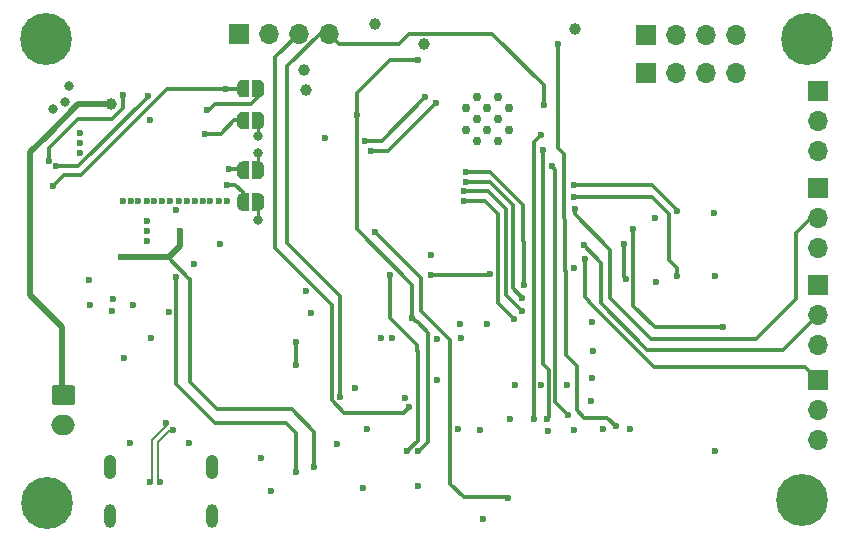
<source format=gbr>
%TF.GenerationSoftware,KiCad,Pcbnew,(5.1.12)-1*%
%TF.CreationDate,2021-12-17T12:12:49+01:00*%
%TF.ProjectId,ESP32-BOARD-V2.0,45535033-322d-4424-9f41-52442d56322e,rev?*%
%TF.SameCoordinates,Original*%
%TF.FileFunction,Copper,L4,Bot*%
%TF.FilePolarity,Positive*%
%FSLAX46Y46*%
G04 Gerber Fmt 4.6, Leading zero omitted, Abs format (unit mm)*
G04 Created by KiCad (PCBNEW (5.1.12)-1) date 2021-12-17 12:12:49*
%MOMM*%
%LPD*%
G01*
G04 APERTURE LIST*
%TA.AperFunction,ComponentPad*%
%ADD10O,2.000000X1.700000*%
%TD*%
%TA.AperFunction,ComponentPad*%
%ADD11O,1.700000X1.700000*%
%TD*%
%TA.AperFunction,ComponentPad*%
%ADD12R,1.700000X1.700000*%
%TD*%
%TA.AperFunction,SMDPad,CuDef*%
%ADD13C,0.100000*%
%TD*%
%TA.AperFunction,ComponentPad*%
%ADD14C,4.400000*%
%TD*%
%TA.AperFunction,ComponentPad*%
%ADD15C,0.762000*%
%TD*%
%TA.AperFunction,ComponentPad*%
%ADD16O,1.050000X2.100000*%
%TD*%
%TA.AperFunction,ComponentPad*%
%ADD17O,1.000000X2.000000*%
%TD*%
%TA.AperFunction,ViaPad*%
%ADD18C,0.600000*%
%TD*%
%TA.AperFunction,ViaPad*%
%ADD19C,1.000000*%
%TD*%
%TA.AperFunction,ViaPad*%
%ADD20C,0.800000*%
%TD*%
%TA.AperFunction,Conductor*%
%ADD21C,0.250000*%
%TD*%
%TA.AperFunction,Conductor*%
%ADD22C,0.300000*%
%TD*%
%TA.AperFunction,Conductor*%
%ADD23C,0.500000*%
%TD*%
%TA.AperFunction,Conductor*%
%ADD24C,0.200000*%
%TD*%
G04 APERTURE END LIST*
D10*
%TO.P,J6,2*%
%TO.N,GND*%
X94250000Y-98450000D03*
%TO.P,J6,1*%
%TO.N,+BATT*%
%TA.AperFunction,ComponentPad*%
G36*
G01*
X93500000Y-95100000D02*
X95000000Y-95100000D01*
G75*
G02*
X95250000Y-95350000I0J-250000D01*
G01*
X95250000Y-96550000D01*
G75*
G02*
X95000000Y-96800000I-250000J0D01*
G01*
X93500000Y-96800000D01*
G75*
G02*
X93250000Y-96550000I0J250000D01*
G01*
X93250000Y-95350000D01*
G75*
G02*
X93500000Y-95100000I250000J0D01*
G01*
G37*
%TD.AperFunction*%
%TD*%
D11*
%TO.P,J2,4*%
%TO.N,IO21_I2C_SDA*%
X116720000Y-65350000D03*
%TO.P,J2,3*%
%TO.N,IO22_I2C_SCL*%
X114180000Y-65350000D03*
%TO.P,J2,2*%
%TO.N,+3V3*%
X111640000Y-65350000D03*
D12*
%TO.P,J2,1*%
%TO.N,GND*%
X109100000Y-65350000D03*
%TD*%
%TA.AperFunction,SMDPad,CuDef*%
D13*
%TO.P,JP4,2*%
%TO.N,GND*%
G36*
X110750000Y-78850602D02*
G01*
X110774534Y-78850602D01*
X110823365Y-78855412D01*
X110871490Y-78864984D01*
X110918445Y-78879228D01*
X110963778Y-78898005D01*
X111007051Y-78921136D01*
X111047850Y-78948396D01*
X111085779Y-78979524D01*
X111120476Y-79014221D01*
X111151604Y-79052150D01*
X111178864Y-79092949D01*
X111201995Y-79136222D01*
X111220772Y-79181555D01*
X111235016Y-79228510D01*
X111244588Y-79276635D01*
X111249398Y-79325466D01*
X111249398Y-79350000D01*
X111250000Y-79350000D01*
X111250000Y-79850000D01*
X111249398Y-79850000D01*
X111249398Y-79874534D01*
X111244588Y-79923365D01*
X111235016Y-79971490D01*
X111220772Y-80018445D01*
X111201995Y-80063778D01*
X111178864Y-80107051D01*
X111151604Y-80147850D01*
X111120476Y-80185779D01*
X111085779Y-80220476D01*
X111047850Y-80251604D01*
X111007051Y-80278864D01*
X110963778Y-80301995D01*
X110918445Y-80320772D01*
X110871490Y-80335016D01*
X110823365Y-80344588D01*
X110774534Y-80349398D01*
X110750000Y-80349398D01*
X110750000Y-80350000D01*
X110250000Y-80350000D01*
X110250000Y-78850000D01*
X110750000Y-78850000D01*
X110750000Y-78850602D01*
G37*
%TD.AperFunction*%
%TA.AperFunction,SMDPad,CuDef*%
%TO.P,JP4,1*%
%TO.N,Net-(JP4-Pad1)*%
G36*
X109950000Y-80350000D02*
G01*
X109450000Y-80350000D01*
X109450000Y-80349398D01*
X109425466Y-80349398D01*
X109376635Y-80344588D01*
X109328510Y-80335016D01*
X109281555Y-80320772D01*
X109236222Y-80301995D01*
X109192949Y-80278864D01*
X109152150Y-80251604D01*
X109114221Y-80220476D01*
X109079524Y-80185779D01*
X109048396Y-80147850D01*
X109021136Y-80107051D01*
X108998005Y-80063778D01*
X108979228Y-80018445D01*
X108964984Y-79971490D01*
X108955412Y-79923365D01*
X108950602Y-79874534D01*
X108950602Y-79850000D01*
X108950000Y-79850000D01*
X108950000Y-79350000D01*
X108950602Y-79350000D01*
X108950602Y-79325466D01*
X108955412Y-79276635D01*
X108964984Y-79228510D01*
X108979228Y-79181555D01*
X108998005Y-79136222D01*
X109021136Y-79092949D01*
X109048396Y-79052150D01*
X109079524Y-79014221D01*
X109114221Y-78979524D01*
X109152150Y-78948396D01*
X109192949Y-78921136D01*
X109236222Y-78898005D01*
X109281555Y-78879228D01*
X109328510Y-78864984D01*
X109376635Y-78855412D01*
X109425466Y-78850602D01*
X109450000Y-78850602D01*
X109450000Y-78850000D01*
X109950000Y-78850000D01*
X109950000Y-80350000D01*
G37*
%TD.AperFunction*%
%TD*%
%TA.AperFunction,SMDPad,CuDef*%
%TO.P,JP3,2*%
%TO.N,GND*%
G36*
X110750000Y-76150602D02*
G01*
X110774534Y-76150602D01*
X110823365Y-76155412D01*
X110871490Y-76164984D01*
X110918445Y-76179228D01*
X110963778Y-76198005D01*
X111007051Y-76221136D01*
X111047850Y-76248396D01*
X111085779Y-76279524D01*
X111120476Y-76314221D01*
X111151604Y-76352150D01*
X111178864Y-76392949D01*
X111201995Y-76436222D01*
X111220772Y-76481555D01*
X111235016Y-76528510D01*
X111244588Y-76576635D01*
X111249398Y-76625466D01*
X111249398Y-76650000D01*
X111250000Y-76650000D01*
X111250000Y-77150000D01*
X111249398Y-77150000D01*
X111249398Y-77174534D01*
X111244588Y-77223365D01*
X111235016Y-77271490D01*
X111220772Y-77318445D01*
X111201995Y-77363778D01*
X111178864Y-77407051D01*
X111151604Y-77447850D01*
X111120476Y-77485779D01*
X111085779Y-77520476D01*
X111047850Y-77551604D01*
X111007051Y-77578864D01*
X110963778Y-77601995D01*
X110918445Y-77620772D01*
X110871490Y-77635016D01*
X110823365Y-77644588D01*
X110774534Y-77649398D01*
X110750000Y-77649398D01*
X110750000Y-77650000D01*
X110250000Y-77650000D01*
X110250000Y-76150000D01*
X110750000Y-76150000D01*
X110750000Y-76150602D01*
G37*
%TD.AperFunction*%
%TA.AperFunction,SMDPad,CuDef*%
%TO.P,JP3,1*%
%TO.N,Net-(JP3-Pad1)*%
G36*
X109950000Y-77650000D02*
G01*
X109450000Y-77650000D01*
X109450000Y-77649398D01*
X109425466Y-77649398D01*
X109376635Y-77644588D01*
X109328510Y-77635016D01*
X109281555Y-77620772D01*
X109236222Y-77601995D01*
X109192949Y-77578864D01*
X109152150Y-77551604D01*
X109114221Y-77520476D01*
X109079524Y-77485779D01*
X109048396Y-77447850D01*
X109021136Y-77407051D01*
X108998005Y-77363778D01*
X108979228Y-77318445D01*
X108964984Y-77271490D01*
X108955412Y-77223365D01*
X108950602Y-77174534D01*
X108950602Y-77150000D01*
X108950000Y-77150000D01*
X108950000Y-76650000D01*
X108950602Y-76650000D01*
X108950602Y-76625466D01*
X108955412Y-76576635D01*
X108964984Y-76528510D01*
X108979228Y-76481555D01*
X108998005Y-76436222D01*
X109021136Y-76392949D01*
X109048396Y-76352150D01*
X109079524Y-76314221D01*
X109114221Y-76279524D01*
X109152150Y-76248396D01*
X109192949Y-76221136D01*
X109236222Y-76198005D01*
X109281555Y-76179228D01*
X109328510Y-76164984D01*
X109376635Y-76155412D01*
X109425466Y-76150602D01*
X109450000Y-76150602D01*
X109450000Y-76150000D01*
X109950000Y-76150000D01*
X109950000Y-77650000D01*
G37*
%TD.AperFunction*%
%TD*%
%TA.AperFunction,SMDPad,CuDef*%
%TO.P,JP2,2*%
%TO.N,GND*%
G36*
X110750000Y-71950602D02*
G01*
X110774534Y-71950602D01*
X110823365Y-71955412D01*
X110871490Y-71964984D01*
X110918445Y-71979228D01*
X110963778Y-71998005D01*
X111007051Y-72021136D01*
X111047850Y-72048396D01*
X111085779Y-72079524D01*
X111120476Y-72114221D01*
X111151604Y-72152150D01*
X111178864Y-72192949D01*
X111201995Y-72236222D01*
X111220772Y-72281555D01*
X111235016Y-72328510D01*
X111244588Y-72376635D01*
X111249398Y-72425466D01*
X111249398Y-72450000D01*
X111250000Y-72450000D01*
X111250000Y-72950000D01*
X111249398Y-72950000D01*
X111249398Y-72974534D01*
X111244588Y-73023365D01*
X111235016Y-73071490D01*
X111220772Y-73118445D01*
X111201995Y-73163778D01*
X111178864Y-73207051D01*
X111151604Y-73247850D01*
X111120476Y-73285779D01*
X111085779Y-73320476D01*
X111047850Y-73351604D01*
X111007051Y-73378864D01*
X110963778Y-73401995D01*
X110918445Y-73420772D01*
X110871490Y-73435016D01*
X110823365Y-73444588D01*
X110774534Y-73449398D01*
X110750000Y-73449398D01*
X110750000Y-73450000D01*
X110250000Y-73450000D01*
X110250000Y-71950000D01*
X110750000Y-71950000D01*
X110750000Y-71950602D01*
G37*
%TD.AperFunction*%
%TA.AperFunction,SMDPad,CuDef*%
%TO.P,JP2,1*%
%TO.N,Net-(JP2-Pad1)*%
G36*
X109950000Y-73450000D02*
G01*
X109450000Y-73450000D01*
X109450000Y-73449398D01*
X109425466Y-73449398D01*
X109376635Y-73444588D01*
X109328510Y-73435016D01*
X109281555Y-73420772D01*
X109236222Y-73401995D01*
X109192949Y-73378864D01*
X109152150Y-73351604D01*
X109114221Y-73320476D01*
X109079524Y-73285779D01*
X109048396Y-73247850D01*
X109021136Y-73207051D01*
X108998005Y-73163778D01*
X108979228Y-73118445D01*
X108964984Y-73071490D01*
X108955412Y-73023365D01*
X108950602Y-72974534D01*
X108950602Y-72950000D01*
X108950000Y-72950000D01*
X108950000Y-72450000D01*
X108950602Y-72450000D01*
X108950602Y-72425466D01*
X108955412Y-72376635D01*
X108964984Y-72328510D01*
X108979228Y-72281555D01*
X108998005Y-72236222D01*
X109021136Y-72192949D01*
X109048396Y-72152150D01*
X109079524Y-72114221D01*
X109114221Y-72079524D01*
X109152150Y-72048396D01*
X109192949Y-72021136D01*
X109236222Y-71998005D01*
X109281555Y-71979228D01*
X109328510Y-71964984D01*
X109376635Y-71955412D01*
X109425466Y-71950602D01*
X109450000Y-71950602D01*
X109450000Y-71950000D01*
X109950000Y-71950000D01*
X109950000Y-73450000D01*
G37*
%TD.AperFunction*%
%TD*%
%TA.AperFunction,SMDPad,CuDef*%
%TO.P,JP1,2*%
%TO.N,Net-(JP1-Pad2)*%
G36*
X110750000Y-69250602D02*
G01*
X110774534Y-69250602D01*
X110823365Y-69255412D01*
X110871490Y-69264984D01*
X110918445Y-69279228D01*
X110963778Y-69298005D01*
X111007051Y-69321136D01*
X111047850Y-69348396D01*
X111085779Y-69379524D01*
X111120476Y-69414221D01*
X111151604Y-69452150D01*
X111178864Y-69492949D01*
X111201995Y-69536222D01*
X111220772Y-69581555D01*
X111235016Y-69628510D01*
X111244588Y-69676635D01*
X111249398Y-69725466D01*
X111249398Y-69750000D01*
X111250000Y-69750000D01*
X111250000Y-70250000D01*
X111249398Y-70250000D01*
X111249398Y-70274534D01*
X111244588Y-70323365D01*
X111235016Y-70371490D01*
X111220772Y-70418445D01*
X111201995Y-70463778D01*
X111178864Y-70507051D01*
X111151604Y-70547850D01*
X111120476Y-70585779D01*
X111085779Y-70620476D01*
X111047850Y-70651604D01*
X111007051Y-70678864D01*
X110963778Y-70701995D01*
X110918445Y-70720772D01*
X110871490Y-70735016D01*
X110823365Y-70744588D01*
X110774534Y-70749398D01*
X110750000Y-70749398D01*
X110750000Y-70750000D01*
X110250000Y-70750000D01*
X110250000Y-69250000D01*
X110750000Y-69250000D01*
X110750000Y-69250602D01*
G37*
%TD.AperFunction*%
%TA.AperFunction,SMDPad,CuDef*%
%TO.P,JP1,1*%
%TO.N,VBUS*%
G36*
X109950000Y-70750000D02*
G01*
X109450000Y-70750000D01*
X109450000Y-70749398D01*
X109425466Y-70749398D01*
X109376635Y-70744588D01*
X109328510Y-70735016D01*
X109281555Y-70720772D01*
X109236222Y-70701995D01*
X109192949Y-70678864D01*
X109152150Y-70651604D01*
X109114221Y-70620476D01*
X109079524Y-70585779D01*
X109048396Y-70547850D01*
X109021136Y-70507051D01*
X108998005Y-70463778D01*
X108979228Y-70418445D01*
X108964984Y-70371490D01*
X108955412Y-70323365D01*
X108950602Y-70274534D01*
X108950602Y-70250000D01*
X108950000Y-70250000D01*
X108950000Y-69750000D01*
X108950602Y-69750000D01*
X108950602Y-69725466D01*
X108955412Y-69676635D01*
X108964984Y-69628510D01*
X108979228Y-69581555D01*
X108998005Y-69536222D01*
X109021136Y-69492949D01*
X109048396Y-69452150D01*
X109079524Y-69414221D01*
X109114221Y-69379524D01*
X109152150Y-69348396D01*
X109192949Y-69321136D01*
X109236222Y-69298005D01*
X109281555Y-69279228D01*
X109328510Y-69264984D01*
X109376635Y-69255412D01*
X109425466Y-69250602D01*
X109450000Y-69250602D01*
X109450000Y-69250000D01*
X109950000Y-69250000D01*
X109950000Y-70750000D01*
G37*
%TD.AperFunction*%
%TD*%
D11*
%TO.P,J5,3*%
%TO.N,GND*%
X158100000Y-99780000D03*
%TO.P,J5,2*%
%TO.N,IO4*%
X158100000Y-97240000D03*
D12*
%TO.P,J5,1*%
%TO.N,IO2*%
X158100000Y-94700000D03*
%TD*%
D11*
%TO.P,J8,4*%
%TO.N,GND*%
X151220000Y-68700000D03*
%TO.P,J8,3*%
%TO.N,IO17_U2TXD*%
X148680000Y-68700000D03*
%TO.P,J8,2*%
%TO.N,IO16_U2RXD*%
X146140000Y-68700000D03*
D12*
%TO.P,J8,1*%
%TO.N,+3V3*%
X143600000Y-68700000D03*
%TD*%
D11*
%TO.P,J4,3*%
%TO.N,GND*%
X158100000Y-83480000D03*
%TO.P,J4,2*%
%TO.N,IO14*%
X158100000Y-80940000D03*
D12*
%TO.P,J4,1*%
%TO.N,+3V3*%
X158100000Y-78400000D03*
%TD*%
D11*
%TO.P,J3,3*%
%TO.N,GND*%
X158100000Y-91680000D03*
%TO.P,J3,2*%
%TO.N,IO12*%
X158100000Y-89140000D03*
D12*
%TO.P,J3,1*%
%TO.N,+3V3*%
X158100000Y-86600000D03*
%TD*%
D11*
%TO.P,J1,3*%
%TO.N,GND*%
X158100000Y-75280000D03*
%TO.P,J1,2*%
%TO.N,IO15_PIR_IN*%
X158100000Y-72740000D03*
D12*
%TO.P,J1,1*%
%TO.N,+3V3*%
X158100000Y-70200000D03*
%TD*%
D14*
%TO.P,H4,1*%
%TO.N,Net-(H4-Pad1)*%
X157200000Y-65800000D03*
%TD*%
%TO.P,H3,1*%
%TO.N,Net-(H3-Pad1)*%
X156800000Y-104800000D03*
%TD*%
%TO.P,H2,1*%
%TO.N,Net-(H2-Pad1)*%
X92900000Y-105100000D03*
%TD*%
%TO.P,H1,1*%
%TO.N,Net-(H1-Pad1)*%
X92800000Y-65800000D03*
%TD*%
D11*
%TO.P,J7,4*%
%TO.N,GND*%
X151220000Y-65500000D03*
%TO.P,J7,3*%
%TO.N,U0TXD*%
X148680000Y-65500000D03*
%TO.P,J7,2*%
%TO.N,U0RXD*%
X146140000Y-65500000D03*
D12*
%TO.P,J7,1*%
%TO.N,+3V3*%
X143600000Y-65500000D03*
%TD*%
D15*
%TO.P,U2,G.21*%
%TO.N,GND*%
X131067500Y-74425000D03*
%TO.P,U2,G.22*%
X129232500Y-74425000D03*
%TO.P,U2,G.11*%
X131067500Y-70755000D03*
%TO.P,U2,G.12*%
X129232500Y-70755000D03*
%TO.P,U2,G.16*%
X131067500Y-72590000D03*
%TO.P,U2,G.17*%
X129232500Y-72590000D03*
%TO.P,U2,G.18*%
X131985000Y-73507500D03*
%TO.P,U2,G.19*%
X130150000Y-73507500D03*
%TO.P,U2,G.20*%
X128315000Y-73507500D03*
%TO.P,U2,G.13*%
X131985000Y-71672500D03*
%TO.P,U2,G.15*%
X128315000Y-71672500D03*
%TO.P,U2,G.14*%
X130150000Y-71672500D03*
%TD*%
D16*
%TO.P,J10,G4*%
%TO.N,GND*%
X106820000Y-102020000D03*
%TO.P,J10,G3*%
X98180000Y-102020000D03*
D17*
%TO.P,J10,G2*%
X106820000Y-106200000D03*
%TO.P,J10,G1*%
X98180000Y-106200000D03*
%TD*%
D18*
%TO.N,GND*%
X95650000Y-74650000D03*
X95650000Y-75500000D03*
X101300000Y-82950000D03*
X101350000Y-81250000D03*
X115200000Y-89000000D03*
X114800000Y-87100000D03*
X125900000Y-94700000D03*
X118950000Y-95350000D03*
D19*
X114800000Y-70100000D03*
X120600000Y-64550000D03*
D18*
X125375000Y-84125000D03*
X127800000Y-89900000D03*
X129550000Y-98900000D03*
X137500000Y-98950000D03*
X135315380Y-99034620D03*
X139950000Y-98850000D03*
X138900000Y-96450000D03*
X139000000Y-94500000D03*
X139100020Y-92200000D03*
X139000000Y-89750000D03*
X129750000Y-106450000D03*
X124300000Y-103650000D03*
X119600000Y-103800000D03*
X142250000Y-98850000D03*
X149400000Y-85900000D03*
X149350000Y-80500000D03*
X144350000Y-80950000D03*
X144400000Y-86350000D03*
X116400000Y-74150000D03*
D19*
X137550000Y-65000000D03*
D18*
X103150000Y-88950000D03*
X101650000Y-91150000D03*
X111800000Y-104100000D03*
X111000000Y-101250000D03*
X99350000Y-92800000D03*
X96400000Y-86200000D03*
X105300000Y-84850000D03*
X107500000Y-83200000D03*
X101300000Y-82050000D03*
D20*
X110750000Y-81150000D03*
X110750000Y-75500000D03*
X110750000Y-74050000D03*
X93350000Y-71750000D03*
X94400000Y-71150000D03*
X94684578Y-69795782D03*
D18*
X95650000Y-73800000D03*
X101550000Y-72700000D03*
%TO.N,+3V3*%
X132500000Y-95100000D03*
X134700000Y-95100000D03*
X136900000Y-95100000D03*
X125900000Y-91200000D03*
X127900000Y-91100000D03*
X122100000Y-91150000D03*
X121100000Y-91150000D03*
X119950000Y-98800000D03*
X123200000Y-96200000D03*
D19*
X114600000Y-68400000D03*
X124800000Y-66200000D03*
D18*
X130150000Y-89900000D03*
X132100000Y-97950000D03*
X117450000Y-100100000D03*
X127625000Y-98850000D03*
X149450000Y-100650000D03*
X99300000Y-79500000D03*
X100600000Y-79500000D03*
X101950000Y-79500000D03*
X103300000Y-79500000D03*
X104700000Y-79500000D03*
X105400000Y-79500000D03*
X107400000Y-79500000D03*
X101300000Y-79500000D03*
X102600000Y-79500000D03*
X104050000Y-79500000D03*
X99950000Y-79500000D03*
X106050000Y-79500000D03*
X106700000Y-79500000D03*
X103800000Y-80300000D03*
X108100000Y-79500000D03*
%TO.N,VBUS*%
X104900000Y-100000000D03*
X99900000Y-100000000D03*
X108000000Y-70050000D03*
X93369728Y-78280272D03*
%TO.N,+BATT*%
X100150000Y-88300000D03*
X96500000Y-88300000D03*
X98450000Y-87800000D03*
X98400000Y-88850000D03*
D19*
X98300000Y-71350000D03*
D18*
%TO.N,LED1*%
X134700000Y-73900000D03*
X134100000Y-98000000D03*
%TO.N,LED2*%
X134850000Y-75200000D03*
X135200000Y-98000000D03*
%TO.N,LED3*%
X135600000Y-76600000D03*
X137000000Y-97600000D03*
%TO.N,LED4*%
X136100000Y-66200000D03*
X141000000Y-98600000D03*
%TO.N,LED_IN*%
X120600000Y-82125000D03*
X131875000Y-104650000D03*
%TO.N,EN*%
X123800000Y-89400000D03*
X124300000Y-100700000D03*
X119100000Y-72200000D03*
X124300000Y-67600000D03*
%TO.N,Net-(R1-Pad1)*%
X93624696Y-76599757D03*
X101400000Y-70600000D03*
%TO.N,Net-(R2-Pad1)*%
X93000000Y-76100000D03*
X99300000Y-70550000D03*
%TO.N,Net-(SW3-Pad2)*%
X103800000Y-85950000D03*
X113950000Y-102450000D03*
%TO.N,U0RXD*%
X124900000Y-70750000D03*
X119750000Y-74400000D03*
%TO.N,U0TXD*%
X125800000Y-71250000D03*
X120250000Y-75300000D03*
%TO.N,S4*%
X128175000Y-79500000D03*
X132400000Y-89500000D03*
%TO.N,S3*%
X128200000Y-78675000D03*
X133100000Y-88800000D03*
%TO.N,S2*%
X128300000Y-77875000D03*
X133100000Y-87700000D03*
%TO.N,S1*%
X128350000Y-77050000D03*
X133225000Y-86675000D03*
%TO.N,IO22_I2C_SCL*%
X123550000Y-96950010D03*
%TO.N,IO21_I2C_SDA*%
X134900000Y-71400000D03*
X117650008Y-96100008D03*
%TO.N,B1*%
X137500000Y-78200000D03*
X146200000Y-80400000D03*
%TO.N,B2*%
X137500000Y-79175000D03*
X146200000Y-85900000D03*
%TO.N,IO15_PIR_IN*%
X137500000Y-85200000D03*
%TO.N,IO12*%
X138300000Y-83275000D03*
%TO.N,IO14*%
X137550000Y-80225000D03*
%TO.N,IO4*%
X142500000Y-81900000D03*
X150100000Y-90200000D03*
%TO.N,IO2*%
X138400000Y-84400000D03*
%TO.N,Net-(JP1-Pad2)*%
X106400000Y-71850000D03*
%TO.N,Net-(JP2-Pad1)*%
X106250000Y-73850000D03*
%TO.N,Net-(JP3-Pad1)*%
X108300000Y-76850000D03*
%TO.N,Net-(JP4-Pad1)*%
X108100000Y-78150000D03*
%TO.N,Net-(C6-Pad2)*%
X104100000Y-82100000D03*
X99150000Y-84250000D03*
X115500000Y-102050000D03*
%TO.N,IO0*%
X123300000Y-100700000D03*
X125350000Y-85800000D03*
X130350000Y-85700000D03*
X141700000Y-83200000D03*
X141850000Y-86100000D03*
X121900000Y-85800000D03*
%TO.N,~RTS*%
X113900000Y-93415000D03*
X113905000Y-91495000D03*
%TO.N,/D-*%
X101575000Y-103300000D03*
X102949479Y-98299479D03*
%TO.N,/D+*%
X102425000Y-103300000D03*
X103550521Y-98900521D03*
%TD*%
D21*
%TO.N,GND*%
X110750000Y-79600000D02*
X110750000Y-81150000D01*
X110750000Y-76900000D02*
X110750000Y-75500000D01*
X110750000Y-72700000D02*
X110750000Y-74050000D01*
D22*
%TO.N,VBUS*%
X109400000Y-70050000D02*
X109450000Y-70000000D01*
X108000000Y-70050000D02*
X109400000Y-70050000D01*
X93369728Y-78280272D02*
X94300000Y-77350000D01*
X94300000Y-77350000D02*
X95700000Y-77350000D01*
X103000000Y-70050000D02*
X108000000Y-70050000D01*
X95700000Y-77350000D02*
X103000000Y-70050000D01*
D23*
%TO.N,+BATT*%
X98300000Y-71350000D02*
X95458002Y-71350000D01*
X92829001Y-73979001D02*
X92820999Y-73979001D01*
X95458002Y-71350000D02*
X92829001Y-73979001D01*
X92820999Y-73979001D02*
X91400000Y-75400000D01*
X91400000Y-87500000D02*
X94100000Y-90200000D01*
X91400000Y-75400000D02*
X91400000Y-87500000D01*
X94100000Y-95800000D02*
X94250000Y-95950000D01*
X94100000Y-90200000D02*
X94100000Y-95800000D01*
D22*
%TO.N,LED1*%
X134049999Y-74550001D02*
X134049999Y-97499999D01*
X134700000Y-73900000D02*
X134049999Y-74550001D01*
X134100000Y-97550000D02*
X134049999Y-97499999D01*
X134100000Y-98000000D02*
X134100000Y-97550000D01*
%TO.N,LED2*%
X135200000Y-98000000D02*
X135350001Y-97849999D01*
X135350001Y-93850001D02*
X134850000Y-93350000D01*
X135350001Y-95050001D02*
X135350001Y-93850001D01*
X134850000Y-75200000D02*
X134850000Y-93350000D01*
X135350001Y-97849999D02*
X135350001Y-95050001D01*
X135350001Y-95050001D02*
X135350001Y-94650001D01*
%TO.N,LED3*%
X135899999Y-96499999D02*
X137000000Y-97600000D01*
X135899999Y-76899999D02*
X135899999Y-96499999D01*
X135600000Y-76600000D02*
X135899999Y-76899999D01*
%TO.N,LED4*%
X140275000Y-97875000D02*
X141000000Y-98600000D01*
X137700000Y-97250000D02*
X138325000Y-97875000D01*
X136800000Y-92600000D02*
X137700000Y-93500000D01*
X138325000Y-97875000D02*
X140275000Y-97875000D01*
X136800000Y-85462002D02*
X136800000Y-92600000D01*
X136750000Y-81100000D02*
X136750000Y-85412002D01*
X136650000Y-81000000D02*
X136750000Y-81100000D01*
X136650000Y-75550000D02*
X136650000Y-81000000D01*
X137700000Y-93500000D02*
X137700000Y-97250000D01*
X136750000Y-85412002D02*
X136800000Y-85462002D01*
X136100000Y-75000000D02*
X136650000Y-75550000D01*
X136100000Y-66200000D02*
X136100000Y-75000000D01*
%TO.N,LED_IN*%
X124525000Y-86050000D02*
X124162500Y-85687500D01*
X126975000Y-91275000D02*
X124525000Y-88825000D01*
X124525000Y-88825000D02*
X124525000Y-86050000D01*
X126975000Y-103475000D02*
X126975000Y-91275000D01*
X128125000Y-104625000D02*
X126975000Y-103475000D01*
X131850000Y-104625000D02*
X128125000Y-104625000D01*
X124162500Y-85687500D02*
X120600000Y-82125000D01*
X131875000Y-104650000D02*
X131850000Y-104625000D01*
%TO.N,EN*%
X124300000Y-67600000D02*
X121900000Y-67600000D01*
X119100000Y-70400000D02*
X119100000Y-72200000D01*
X121900000Y-67600000D02*
X119100000Y-70400000D01*
X124200000Y-89800000D02*
X124250000Y-89800000D01*
X123800000Y-89400000D02*
X124200000Y-89800000D01*
X124250000Y-89800000D02*
X125150000Y-90700000D01*
X125150000Y-90700000D02*
X125150000Y-99900000D01*
X124350000Y-100700000D02*
X124300000Y-100700000D01*
X125150000Y-99900000D02*
X124350000Y-100700000D01*
X119100000Y-81500000D02*
X119100000Y-72200000D01*
X119100000Y-81900000D02*
X119100000Y-81500000D01*
X123800000Y-86600000D02*
X119100000Y-81900000D01*
X123800000Y-89400000D02*
X123800000Y-86600000D01*
%TO.N,Net-(R1-Pad1)*%
X101400000Y-70712002D02*
X101400000Y-70600000D01*
X95512245Y-76599757D02*
X101400000Y-70712002D01*
X93624696Y-76599757D02*
X95512245Y-76599757D01*
%TO.N,Net-(R2-Pad1)*%
X93000000Y-76100000D02*
X93000000Y-75000000D01*
X93000000Y-75000000D02*
X95450000Y-72550000D01*
X99300000Y-71608002D02*
X99300000Y-70550000D01*
X98358002Y-72550000D02*
X99300000Y-71608002D01*
X95450000Y-72550000D02*
X98358002Y-72550000D01*
%TO.N,Net-(SW3-Pad2)*%
X113100000Y-98300000D02*
X113950000Y-99150000D01*
X107100000Y-98300000D02*
X113100000Y-98300000D01*
X103800000Y-95000000D02*
X107100000Y-98300000D01*
X113950000Y-99150000D02*
X113950000Y-102450000D01*
X103800000Y-85950000D02*
X103800000Y-95000000D01*
%TO.N,U0RXD*%
X121250000Y-74400000D02*
X124900000Y-70750000D01*
X119750000Y-74400000D02*
X121250000Y-74400000D01*
%TO.N,U0TXD*%
X121750000Y-75300000D02*
X120250000Y-75300000D01*
X125800000Y-71250000D02*
X121750000Y-75300000D01*
%TO.N,S4*%
X129950000Y-79500000D02*
X128175000Y-79500000D01*
X131075000Y-80625000D02*
X129950000Y-79500000D01*
X131075000Y-88175000D02*
X131075000Y-80625000D01*
X132400000Y-89500000D02*
X131075000Y-88175000D01*
%TO.N,S3*%
X130200000Y-78675000D02*
X128200000Y-78675000D01*
X131762500Y-80237500D02*
X130200000Y-78675000D01*
X131762500Y-87462500D02*
X131762500Y-80237500D01*
X133100000Y-88800000D02*
X131762500Y-87462500D01*
%TO.N,S2*%
X132275000Y-86875000D02*
X133100000Y-87700000D01*
X132275000Y-79825000D02*
X132275000Y-86875000D01*
X130325000Y-77875000D02*
X132275000Y-79825000D01*
X128300000Y-77875000D02*
X130325000Y-77875000D01*
%TO.N,S1*%
X133225000Y-82957716D02*
X133225000Y-86675000D01*
X133196142Y-82928858D02*
X133225000Y-82957716D01*
X133196142Y-79871142D02*
X133196142Y-82928858D01*
X130375000Y-77050000D02*
X133196142Y-79871142D01*
X128350000Y-77050000D02*
X130375000Y-77050000D01*
%TO.N,IO22_I2C_SCL*%
X118037998Y-97450000D02*
X123050010Y-97450000D01*
X116981001Y-96393003D02*
X118037998Y-97450000D01*
X123050010Y-97450000D02*
X123550000Y-96950010D01*
X116981001Y-88318999D02*
X116981001Y-96393003D01*
X112200000Y-83537998D02*
X116981001Y-88318999D01*
X112200000Y-67330000D02*
X112200000Y-83537998D01*
X114180000Y-65350000D02*
X112200000Y-67330000D01*
%TO.N,IO21_I2C_SDA*%
X117569999Y-66199999D02*
X122650001Y-66199999D01*
X116720000Y-65350000D02*
X117569999Y-66199999D01*
X123500001Y-65349999D02*
X130549999Y-65349999D01*
X122650001Y-66199999D02*
X123500001Y-65349999D01*
X134900000Y-69700000D02*
X134900000Y-71400000D01*
X130549999Y-65349999D02*
X134900000Y-69700000D01*
X115956002Y-65350000D02*
X113206002Y-68100000D01*
X116720000Y-65350000D02*
X115956002Y-65350000D01*
X113206002Y-68100000D02*
X113206002Y-83106002D01*
X117650008Y-87550008D02*
X117650008Y-96100008D01*
X113206002Y-83106002D02*
X117650008Y-87550008D01*
%TO.N,B1*%
X137500000Y-78200000D02*
X144100000Y-78200000D01*
X146200000Y-80300000D02*
X146200000Y-80400000D01*
X144100000Y-78200000D02*
X146200000Y-80300000D01*
%TO.N,B2*%
X137500000Y-79175000D02*
X142975000Y-79175000D01*
X142975000Y-79175000D02*
X144075000Y-79175000D01*
X144075000Y-79175000D02*
X145500000Y-80600000D01*
X145500000Y-80600000D02*
X145500000Y-84500000D01*
X146200000Y-85200000D02*
X146200000Y-85900000D01*
X145500000Y-84500000D02*
X146200000Y-85200000D01*
%TO.N,IO12*%
X143700000Y-92100000D02*
X155140000Y-92100000D01*
X139762500Y-88162500D02*
X143700000Y-92100000D01*
X155140000Y-92100000D02*
X158100000Y-89140000D01*
X139762500Y-84737500D02*
X139762500Y-88162500D01*
X138300000Y-83275000D02*
X139762500Y-84737500D01*
%TO.N,IO14*%
X140550000Y-83650000D02*
X137550000Y-80650000D01*
X140550000Y-87750000D02*
X140550000Y-83650000D01*
X137550000Y-80650000D02*
X137550000Y-80225000D01*
X152900000Y-91200000D02*
X144000000Y-91200000D01*
X144000000Y-91200000D02*
X140550000Y-87750000D01*
X156262500Y-87837500D02*
X152900000Y-91200000D01*
X156262500Y-82262500D02*
X156262500Y-87837500D01*
X157585000Y-80940000D02*
X156262500Y-82262500D01*
X158100000Y-80940000D02*
X157585000Y-80940000D01*
%TO.N,IO4*%
X142500000Y-81900000D02*
X142500000Y-88400000D01*
X142500000Y-88400000D02*
X144300000Y-90200000D01*
X144300000Y-90200000D02*
X150100000Y-90200000D01*
%TO.N,IO2*%
X157000000Y-93600000D02*
X158100000Y-94700000D01*
X144250000Y-93600000D02*
X157000000Y-93600000D01*
X138400000Y-84400000D02*
X138400000Y-87650000D01*
X138750000Y-88100000D02*
X144250000Y-93600000D01*
X138750000Y-88000000D02*
X138400000Y-87650000D01*
X138750000Y-88100000D02*
X138750000Y-88000000D01*
%TO.N,Net-(JP1-Pad2)*%
X110750000Y-70747592D02*
X110147592Y-71350000D01*
X110750000Y-70000000D02*
X110750000Y-70747592D01*
X110147592Y-71350000D02*
X107050000Y-71350000D01*
X106550000Y-71850000D02*
X106400000Y-71850000D01*
X107050000Y-71350000D02*
X106550000Y-71850000D01*
%TO.N,Net-(JP2-Pad1)*%
X109450000Y-72700000D02*
X108700000Y-72700000D01*
X107550000Y-73850000D02*
X106250000Y-73850000D01*
X108700000Y-72700000D02*
X107550000Y-73850000D01*
%TO.N,Net-(JP3-Pad1)*%
X109400000Y-76850000D02*
X109450000Y-76900000D01*
X108300000Y-76850000D02*
X109400000Y-76850000D01*
%TO.N,Net-(JP4-Pad1)*%
X109450000Y-79600000D02*
X109450000Y-78800000D01*
X108800000Y-78150000D02*
X108100000Y-78150000D01*
X109450000Y-78800000D02*
X108800000Y-78150000D01*
%TO.N,Net-(C6-Pad2)*%
X103062002Y-84250000D02*
X99150000Y-84250000D01*
X113600000Y-97150000D02*
X107250000Y-97150000D01*
X115500000Y-99050000D02*
X113600000Y-97150000D01*
X115500000Y-102050000D02*
X115500000Y-99050000D01*
D23*
X99150000Y-84250000D02*
X103150000Y-84250000D01*
X104100000Y-83300000D02*
X104100000Y-82100000D01*
X103150000Y-84250000D02*
X104100000Y-83300000D01*
D22*
X104950000Y-86100000D02*
X104950000Y-94850000D01*
X107250000Y-97150000D02*
X104950000Y-94850000D01*
X104912002Y-86100000D02*
X103062002Y-84250000D01*
X104950000Y-86100000D02*
X104912002Y-86100000D01*
%TO.N,IO0*%
X130250000Y-85800000D02*
X130350000Y-85700000D01*
X125350000Y-85800000D02*
X130250000Y-85800000D01*
X141700000Y-85950000D02*
X141850000Y-86100000D01*
X141700000Y-83200000D02*
X141700000Y-85950000D01*
X123337998Y-100700000D02*
X123300000Y-100700000D01*
X124237998Y-99800000D02*
X123337998Y-100700000D01*
X124237998Y-92262002D02*
X124237998Y-99800000D01*
X124200000Y-91700000D02*
X124200000Y-92224004D01*
X124200000Y-92224004D02*
X124237998Y-92262002D01*
X121900000Y-89400000D02*
X124200000Y-91700000D01*
X121900000Y-85800000D02*
X121900000Y-89400000D01*
%TO.N,~RTS*%
X113900000Y-91500000D02*
X113905000Y-91495000D01*
X113900000Y-93415000D02*
X113900000Y-91500000D01*
D24*
%TO.N,/D-*%
X102949479Y-98582322D02*
X102949479Y-98299479D01*
X101575000Y-103300000D02*
X101775000Y-103100000D01*
X101775000Y-103100000D02*
X101775000Y-99756801D01*
X101775000Y-99756801D02*
X102949479Y-98582322D01*
%TO.N,/D+*%
X103267678Y-98900521D02*
X103550521Y-98900521D01*
X102225000Y-103100000D02*
X102225000Y-99943199D01*
X102225000Y-99943199D02*
X103267678Y-98900521D01*
X102425000Y-103300000D02*
X102225000Y-103100000D01*
%TD*%
M02*

</source>
